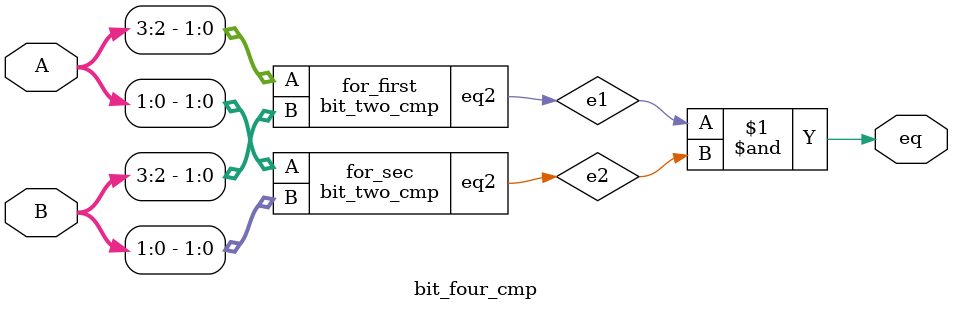
<source format=v>
module bit_one_cmp(
	input wire i0,i1,
	output wire eq
	);
	wire p1,p2;
	assign eq = p1 | p2;
	assign p1=i0 & i1;
	assign p2= ~i0 & ~i1;
			
		initial begin
			

			//$monitor(eq); 
		end

endmodule


module bit_two_cmp(
	input [1:0] A,B,
	output wire eq2
	);
	wire e1,e2;
	bit_one_cmp for_first(.i0(A[1]),.i1(B[1]),.eq(e1));
	bit_one_cmp for_sec(.i0(A[0]),.i1(B[0]),.eq(e2));
	assign eq2 = e1 & e2;
	// initial begin
	// 	$monitor(eq2);
	// end
endmodule

module bit_four_cmp(
	input [3:0] A,B,
	output eq
	);
	wire e1,e2;
	bit_two_cmp for_first(.A(A[3:2]),.B(B[3:2]),.eq2(e1));
	bit_two_cmp for_sec(.A(A[1:0]),.B(B[1:0]),.eq2(e2));
	assign eq = e1 & e2;
	initial begin
		$monitor(eq);
	end
endmodule
</source>
